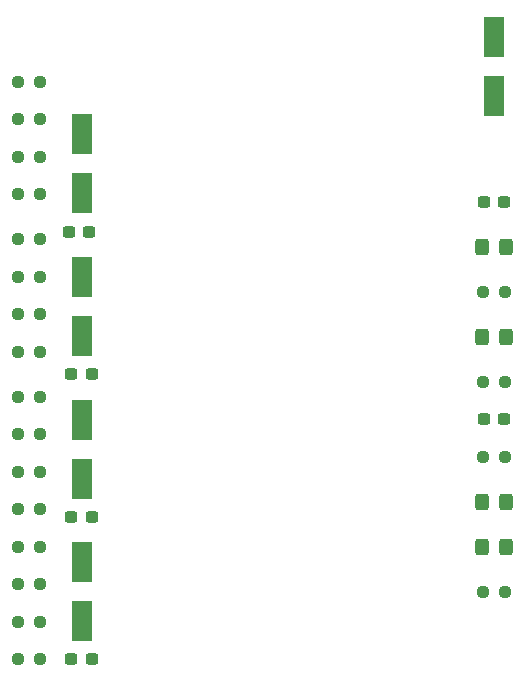
<source format=gtp>
%TF.GenerationSoftware,KiCad,Pcbnew,(6.0.8)*%
%TF.CreationDate,2022-10-30T19:36:15+01:00*%
%TF.ProjectId,fan.picow,66616e2e-7069-4636-9f77-2e6b69636164,rev?*%
%TF.SameCoordinates,Original*%
%TF.FileFunction,Paste,Top*%
%TF.FilePolarity,Positive*%
%FSLAX46Y46*%
G04 Gerber Fmt 4.6, Leading zero omitted, Abs format (unit mm)*
G04 Created by KiCad (PCBNEW (6.0.8)) date 2022-10-30 19:36:15*
%MOMM*%
%LPD*%
G01*
G04 APERTURE LIST*
G04 Aperture macros list*
%AMRoundRect*
0 Rectangle with rounded corners*
0 $1 Rounding radius*
0 $2 $3 $4 $5 $6 $7 $8 $9 X,Y pos of 4 corners*
0 Add a 4 corners polygon primitive as box body*
4,1,4,$2,$3,$4,$5,$6,$7,$8,$9,$2,$3,0*
0 Add four circle primitives for the rounded corners*
1,1,$1+$1,$2,$3*
1,1,$1+$1,$4,$5*
1,1,$1+$1,$6,$7*
1,1,$1+$1,$8,$9*
0 Add four rect primitives between the rounded corners*
20,1,$1+$1,$2,$3,$4,$5,0*
20,1,$1+$1,$4,$5,$6,$7,0*
20,1,$1+$1,$6,$7,$8,$9,0*
20,1,$1+$1,$8,$9,$2,$3,0*%
G04 Aperture macros list end*
%ADD10RoundRect,0.250000X-0.325000X-0.450000X0.325000X-0.450000X0.325000X0.450000X-0.325000X0.450000X0*%
%ADD11R,1.800000X3.500000*%
%ADD12RoundRect,0.237500X-0.250000X-0.237500X0.250000X-0.237500X0.250000X0.237500X-0.250000X0.237500X0*%
%ADD13RoundRect,0.237500X0.300000X0.237500X-0.300000X0.237500X-0.300000X-0.237500X0.300000X-0.237500X0*%
%ADD14RoundRect,0.237500X0.250000X0.237500X-0.250000X0.237500X-0.250000X-0.237500X0.250000X-0.237500X0*%
%ADD15RoundRect,0.237500X-0.300000X-0.237500X0.300000X-0.237500X0.300000X0.237500X-0.300000X0.237500X0*%
G04 APERTURE END LIST*
D10*
%TO.C,D7*%
X164075000Y-71120000D03*
X166125000Y-71120000D03*
%TD*%
D11*
%TO.C,D3*%
X130175000Y-78145000D03*
X130175000Y-83145000D03*
%TD*%
D12*
%TO.C,R3*%
X124817500Y-92075000D03*
X126642500Y-92075000D03*
%TD*%
D10*
%TO.C,D8*%
X164075000Y-63500000D03*
X166125000Y-63500000D03*
%TD*%
D11*
%TO.C,D6*%
X130175000Y-53975000D03*
X130175000Y-58975000D03*
%TD*%
D12*
%TO.C,R12*%
X124817500Y-49530000D03*
X126642500Y-49530000D03*
%TD*%
D10*
%TO.C,D4*%
X164075000Y-85090000D03*
X166125000Y-85090000D03*
%TD*%
D12*
%TO.C,R19*%
X124817500Y-85725000D03*
X126642500Y-85725000D03*
%TD*%
D13*
%TO.C,C3*%
X131037500Y-86360000D03*
X129312500Y-86360000D03*
%TD*%
D14*
%TO.C,R20*%
X126642500Y-98425000D03*
X124817500Y-98425000D03*
%TD*%
%TO.C,R11*%
X126642500Y-69215000D03*
X124817500Y-69215000D03*
%TD*%
D12*
%TO.C,R13*%
X124817500Y-52705000D03*
X126642500Y-52705000D03*
%TD*%
D13*
%TO.C,C2*%
X165962500Y-78105000D03*
X164237500Y-78105000D03*
%TD*%
D12*
%TO.C,R2*%
X124817500Y-88900000D03*
X126642500Y-88900000D03*
%TD*%
D11*
%TO.C,D2*%
X130175000Y-90170000D03*
X130175000Y-95170000D03*
%TD*%
D14*
%TO.C,R4*%
X126642500Y-95250000D03*
X124817500Y-95250000D03*
%TD*%
D12*
%TO.C,R8*%
X164187500Y-81280000D03*
X166012500Y-81280000D03*
%TD*%
D11*
%TO.C,D9*%
X165100000Y-45760000D03*
X165100000Y-50760000D03*
%TD*%
D12*
%TO.C,R10*%
X124817500Y-66040000D03*
X126642500Y-66040000D03*
%TD*%
D15*
%TO.C,C6*%
X164237500Y-59690000D03*
X165962500Y-59690000D03*
%TD*%
D13*
%TO.C,C5*%
X130810000Y-62230000D03*
X129085000Y-62230000D03*
%TD*%
D12*
%TO.C,R1*%
X164187500Y-92710000D03*
X166012500Y-92710000D03*
%TD*%
D14*
%TO.C,R14*%
X126642500Y-55880000D03*
X124817500Y-55880000D03*
%TD*%
D12*
%TO.C,R15*%
X164187500Y-74930000D03*
X166012500Y-74930000D03*
%TD*%
D11*
%TO.C,D5*%
X130175000Y-66040000D03*
X130175000Y-71040000D03*
%TD*%
D12*
%TO.C,R17*%
X124817500Y-59055000D03*
X126642500Y-59055000D03*
%TD*%
%TO.C,R9*%
X124817500Y-62865000D03*
X126642500Y-62865000D03*
%TD*%
D10*
%TO.C,D1*%
X164075000Y-88900000D03*
X166125000Y-88900000D03*
%TD*%
D12*
%TO.C,R18*%
X124817500Y-72390000D03*
X126642500Y-72390000D03*
%TD*%
%TO.C,R6*%
X124817500Y-79375000D03*
X126642500Y-79375000D03*
%TD*%
%TO.C,R5*%
X124817500Y-76200000D03*
X126642500Y-76200000D03*
%TD*%
D14*
%TO.C,R7*%
X126642500Y-82550000D03*
X124817500Y-82550000D03*
%TD*%
D13*
%TO.C,C1*%
X131037500Y-98425000D03*
X129312500Y-98425000D03*
%TD*%
%TO.C,C4*%
X131037500Y-74295000D03*
X129312500Y-74295000D03*
%TD*%
D12*
%TO.C,R16*%
X164187500Y-67310000D03*
X166012500Y-67310000D03*
%TD*%
M02*

</source>
